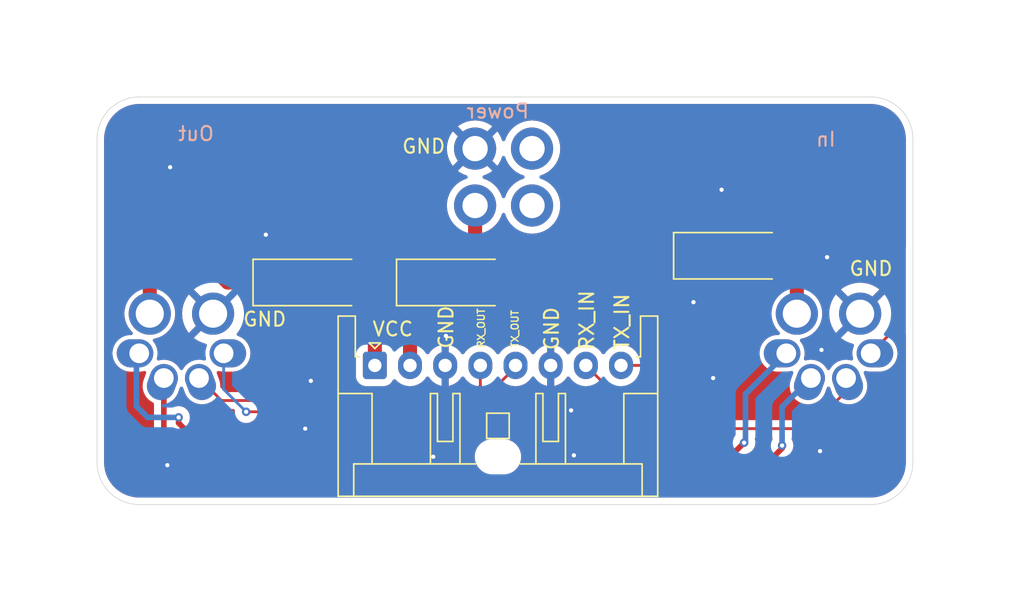
<source format=kicad_pcb>
(kicad_pcb (version 20241229) (generator "pcbnew") (generator_version "9.0")
  (layers (0 "F.Cu" signal) (4 "In1.Cu" signal) (6 "In2.Cu" signal) (2 "B.Cu" signal) (13 "F.Paste" user) (15 "B.Paste" user) (5 "F.SilkS" user "F.Silkscreen") (7 "B.SilkS" user "B.Silkscreen") (1 "F.Mask" user) (3 "B.Mask" user) (25 "Edge.Cuts" user))
  (net 0 "")
  (net 1 "GND")
  (net 2 "/Ch_GND")
  (net 3 "/VIN_BAT_PHY")
  (net 4 "/+Batt")
  (net 5 "RP2040_RX_OUT")
  (net 6 "RP2040_TX_IN")
  (net 7 "RP2040_RX_IN")
  (net 8 "RP2040_TX_OUT")
  (net 9 "SPEAKER_-")
  (net 10 "SPEAKER_+")
  (net 11 "/VOUT_PHY")
  (net 12 "VCC")
  (net 13 "/VIN_RX_PHY")
  (footprint "Diode_SMD:D_SMA_Handsoldering" (layer "F.Cu") (at 146.8 81.2)
    (property "Reference" "D1" (hide yes))
    (property "Value" "D_Shockley")
    (fp_line (start -4.51 -1.65) (end -4.51 1.65) (stroke (width 0.12)) (layer "F.SilkS"))
    (fp_line (start -4.51 -1.65) (end 2.5 -1.65) (stroke (width 0.12)) (layer "F.SilkS"))
    (fp_line (start -4.51 1.65) (end 2.5 1.65) (stroke (width 0.12)) (layer "F.SilkS"))
    (pad "1" smd roundrect (at -2.5 0) (size 3.5 1.8) (layers "F.Cu" "F.Mask" "F.Paste") (roundrect_rratio 0.1388888889) (net 12 "VCC"))
    (pad "2" smd roundrect (at 2.5 0) (size 3.5 1.8) (layers "F.Cu" "F.Mask" "F.Paste") (roundrect_rratio 0.1388888889) (net 3 "/VIN_BAT_PHY"))
  )
  (footprint "Connector_JST:JST_XA_S08B-XASK-1_1x08_P2.50mm_Horizontal" (layer "F.Cu") (at 140.75 87.1)
    (property "Reference" "J4" (hide yes))
    (property "Value" "Conn_01x08")
    (fp_line (start -2.61 -3.51) (end -2.61 9.31) (stroke (width 0.12)) (layer "F.SilkS"))
    (fp_line (start -2.61 9.31) (end 20.11 9.31) (stroke (width 0.12)) (layer "F.SilkS"))
    (fp_line (start -1.5 7.01) (end 7.15 7.01) (stroke (width 0.12)) (layer "F.SilkS"))
    (fp_line (start -1.5 9.31) (end -1.5 7.01) (stroke (width 0.12)) (layer "F.SilkS"))
    (fp_line (start -1.39 -3.51) (end -2.61 -3.51) (stroke (width 0.12)) (layer "F.SilkS"))
    (fp_line (start -1.39 -0.61) (end -1.39 -3.51) (stroke (width 0.12)) (layer "F.SilkS"))
    (fp_line (start -1.11 -0.61) (end -1.39 -0.61) (stroke (width 0.12)) (layer "F.SilkS"))
    (fp_line (start -0.4 -1.6) (end 0.4 -1.6) (stroke (width 0.12)) (layer "F.SilkS"))
    (fp_line (start -0.2 2) (end -2.61 2) (stroke (width 0.12)) (layer "F.SilkS"))
    (fp_line (start -0.2 7.01) (end -0.2 2) (stroke (width 0.12)) (layer "F.SilkS"))
    (fp_line (start 0 -1.2) (end -0.4 -1.6) (stroke (width 0.12)) (layer "F.SilkS"))
    (fp_line (start 0.4 -1.6) (end 0 -1.2) (stroke (width 0.12)) (layer "F.SilkS"))
    (fp_line (start 3.95 2) (end 3.95 7.01) (stroke (width 0.12)) (layer "F.SilkS"))
    (fp_line (start 4.45 2) (end 3.95 2) (stroke (width 0.12)) (layer "F.SilkS"))
    (fp_line (start 4.45 5.41) (end 4.45 2) (stroke (width 0.12)) (layer "F.SilkS"))
    (fp_line (start 5.55 2) (end 5.55 5.41) (stroke (width 0.12)) (layer "F.SilkS"))
    (fp_line (start 5.55 5.41) (end 4.45 5.41) (stroke (width 0.12)) (layer "F.SilkS"))
    (fp_line (start 6.05 2) (end 5.55 2) (stroke (width 0.12)) (layer "F.SilkS"))
    (fp_line (start 6.05 7.01) (end 6.05 2) (stroke (width 0.12)) (layer "F.SilkS"))
    (fp_line (start 7.95 3.4) (end 9.55 3.4) (stroke (width 0.12)) (layer "F.SilkS"))
    (fp_line (start 7.95 5.2) (end 7.95 3.4) (stroke (width 0.12)) (layer "F.SilkS"))
    (fp_line (start 9.55 3.4) (end 9.55 5.2) (stroke (width 0.12)) (layer "F.SilkS"))
    (fp_line (start 9.55 5.2) (end 7.95 5.2) (stroke (width 0.12)) (layer "F.SilkS"))
    (fp_line (start 10.35 7.01) (end 19 7.01) (stroke (width 0.12)) (layer "F.SilkS"))
    (fp_line (start 11.45 2) (end 11.95 2) (stroke (width 0.12)) (layer "F.SilkS"))
    (fp_line (start 11.45 7.01) (end 11.45 2) (stroke (width 0.12)) (layer "F.SilkS"))
    (fp_line (start 11.95 2) (end 11.95 5.41) (stroke (width 0.12)) (layer "F.SilkS"))
    (fp_line (start 11.95 5.41) (end 13.05 5.41) (stroke (width 0.12)) (layer "F.SilkS"))
    (fp_line (start 13.05 2) (end 13.55 2) (stroke (width 0.12)) (layer "F.SilkS"))
    (fp_line (start 13.05 5.41) (end 13.05 2) (stroke (width 0.12)) (layer "F.SilkS"))
    (fp_line (start 13.55 2) (end 13.55 7.01) (stroke (width 0.12)) (layer "F.SilkS"))
    (fp_line (start 17.7 2) (end 20.11 2) (stroke (width 0.12)) (layer "F.SilkS"))
    (fp_line (start 17.7 7.01) (end 17.7 2) (stroke (width 0.12)) (layer "F.SilkS"))
    (fp_line (start 18.89 -3.51) (end 18.89 -0.61) (stroke (width 0.12)) (layer "F.SilkS"))
    (fp_line (start 18.89 -0.61) (end 18.61 -0.61) (stroke (width 0.12)) (layer "F.SilkS"))
    (fp_line (start 19 7.01) (end 19 9.31) (stroke (width 0.12)) (layer "F.SilkS"))
    (fp_line (start 20.11 -3.51) (end 18.89 -3.51) (stroke (width 0.12)) (layer "F.SilkS"))
    (fp_line (start 20.11 9.31) (end 20.11 -3.51) (stroke (width 0.12)) (layer "F.SilkS"))
    (pad "" np_thru_hole oval (at 8.75 6.5) (size 2.8 2) (drill oval 2.8 2) (layers "*.Cu" "*.Mask"))
    (pad "1" thru_hole roundrect (at 0 0) (size 1.7 1.95) (drill 0.95) (layers "*.Cu" "*.Mask") (roundrect_rratio 0.147059) (net 12 "VCC"))
    (pad "2" thru_hole oval (at 2.5 0) (size 1.7 1.95) (drill 0.95) (layers "*.Cu" "*.Mask") (net 12 "VCC"))
    (pad "3" thru_hole oval (at 5 0) (size 1.7 1.95) (drill 0.95) (layers "*.Cu" "*.Mask") (net 1 "GND"))
    (pad "4" thru_hole oval (at 7.5 0) (size 1.7 1.95) (drill 0.95) (layers "*.Cu" "*.Mask") (net 5 "RP2040_RX_OUT"))
    (pad "5" thru_hole oval (at 10 0) (size 1.7 1.95) (drill 0.95) (layers "*.Cu" "*.Mask") (net 8 "RP2040_TX_OUT"))
    (pad "6" thru_hole oval (at 12.5 0) (size 1.7 1.95) (drill 0.95) (layers "*.Cu" "*.Mask") (net 1 "GND"))
    (pad "7" thru_hole oval (at 15 0) (size 1.7 1.95) (drill 0.95) (layers "*.Cu" "*.Mask") (net 7 "RP2040_RX_IN"))
    (pad "8" thru_hole oval (at 17.5 0) (size 1.7 1.95) (drill 0.95) (layers "*.Cu" "*.Mask") (net 6 "RP2040_TX_IN"))
  )
  (footprint "kikit:Tab" (layer "F.Cu") (at 169 97.55 90)
    (property "Reference" "REF**" (hide yes))
    (property "Value" "Tab")
  )
  (footprint "kikit:Tab" (layer "F.Cu") (at 129 97.55 90)
    (property "Reference" "REF**" (hide yes))
    (property "Value" "Tab")
  )
  (footprint "kikit:Tab" (layer "F.Cu") (at 130 67.45 -90)
    (property "Reference" "REF**" (hide yes))
    (property "Value" "Tab")
  )
  (footprint "Diode_SMD:D_SMA_Handsoldering" (layer "F.Cu") (at 136.6 81.2)
    (property "Reference" "D2" (hide yes))
    (property "Value" "D_Shockley")
    (fp_line (start -4.51 -1.65) (end -4.51 1.65) (stroke (width 0.12)) (layer "F.SilkS"))
    (fp_line (start -4.51 -1.65) (end 2.5 -1.65) (stroke (width 0.12)) (layer "F.SilkS"))
    (fp_line (start -4.51 1.65) (end 2.5 1.65) (stroke (width 0.12)) (layer "F.SilkS"))
    (pad "1" smd roundrect (at -2.5 0) (size 3.5 1.8) (layers "F.Cu" "F.Mask" "F.Paste") (roundrect_rratio 0.1388888889) (net 11 "/VOUT_PHY"))
    (pad "2" smd roundrect (at 2.5 0) (size 3.5 1.8) (layers "F.Cu" "F.Mask" "F.Paste") (roundrect_rratio 0.1388888889) (net 12 "VCC"))
  )
  (footprint "cacophony-library:jcon-2+4pin-m16" (layer "F.Cu") (at 127 85 180)
    (property "Reference" "J6" (hide yes))
    (property "Value" "JCON_M16_2+4Pin")
    (pad "1" thru_hole circle (at -2.25 1.58 270) (size 3 3) (drill 2) (layers "*.Cu" "*.Mask") (net 1 "GND") (clearance 0.3) (thermal_gap 0.7))
    (pad "2" thru_hole oval (at -3 -1.24 270) (size 2 2.6) (drill 1.4 (offset 0 -0.3)) (layers "*.Cu" "*.Mask") (net 8 "RP2040_TX_OUT") (clearance 0.3))
    (pad "3" thru_hole oval (at -1.25 -3 290) (size 2.6 2) (drill 1.4 (offset 0.3 0)) (layers "*.Cu" "*.Mask") (net 5 "RP2040_RX_OUT") (clearance 0.3))
    (pad "4" thru_hole oval (at 1.25 -3 340) (size 2 2.6) (drill 1.4 (offset 0 0.3)) (layers "*.Cu" "*.Mask") (net 10 "SPEAKER_+") (clearance 0.3))
    (pad "5" thru_hole oval (at 3 -1.24 180) (size 2.6 2) (drill 1.4 (offset 0.3 0)) (layers "*.Cu" "*.Mask") (net 9 "SPEAKER_-") (clearance 0.3))
    (pad "6" thru_hole circle (at 2.25 1.58 270) (size 3 3) (drill 2) (layers "*.Cu" "*.Mask") (net 11 "/VOUT_PHY") (clearance 0.3) (thermal_gap 0.7))
  )
  (footprint "kikit:Tab" (layer "F.Cu") (at 120.45 76)
    (property "Reference" "REF**" (hide yes))
    (property "Value" "Tab")
  )
  (footprint "cacophony-library:jcon-2+4pin-m16" (layer "F.Cu") (at 173 85 180)
    (property "Reference" "J5" (hide yes))
    (property "Value" "JCON_M16_2+4Pin")
    (pad "1" thru_hole circle (at -2.25 1.58 270) (size 3 3) (drill 2) (layers "*.Cu" "*.Mask") (net 1 "GND") (clearance 0.3) (thermal_gap 0.7))
    (pad "2" thru_hole oval (at -3 -1.24 270) (size 2 2.6) (drill 1.4 (offset 0 -0.3)) (layers "*.Cu" "*.Mask") (net 6 "RP2040_TX_IN") (clearance 0.3))
    (pad "3" thru_hole oval (at -1.25 -3 290) (size 2.6 2) (drill 1.4 (offset 0.3 0)) (layers "*.Cu" "*.Mask") (net 7 "RP2040_RX_IN") (clearance 0.3))
    (pad "4" thru_hole oval (at 1.25 -3 340) (size 2 2.6) (drill 1.4 (offset 0 0.3)) (layers "*.Cu" "*.Mask") (net 10 "SPEAKER_+") (clearance 0.3))
    (pad "5" thru_hole oval (at 3 -1.24 180) (size 2.6 2) (drill 1.4 (offset 0.3 0)) (layers "*.Cu" "*.Mask") (net 9 "SPEAKER_-") (clearance 0.3))
    (pad "6" thru_hole circle (at 2.25 1.58 270) (size 3 3) (drill 2) (layers "*.Cu" "*.Mask") (net 13 "/VIN_RX_PHY") (clearance 0.3) (thermal_gap 0.7))
  )
  (footprint "Diode_SMD:D_SMA_Handsoldering" (layer "F.Cu") (at 166.5 79.3)
    (property "Reference" "D3" (hide yes))
    (property "Value" "D_Shockley")
    (fp_line (start -4.51 -1.65) (end -4.51 1.65) (stroke (width 0.12)) (layer "F.SilkS"))
    (fp_line (start -4.51 -1.65) (end 2.5 -1.65) (stroke (width 0.12)) (layer "F.SilkS"))
    (fp_line (start -4.51 1.65) (end 2.5 1.65) (stroke (width 0.12)) (layer "F.SilkS"))
    (pad "1" smd roundrect (at -2.5 0) (size 3.5 1.8) (layers "F.Cu" "F.Mask" "F.Paste") (roundrect_rratio 0.1388888889) (net 12 "VCC"))
    (pad "2" smd roundrect (at 2.5 0) (size 3.5 1.8) (layers "F.Cu" "F.Mask" "F.Paste") (roundrect_rratio 0.1388888889) (net 13 "/VIN_RX_PHY"))
  )
  (footprint "kikit:Tab" (layer "F.Cu") (at 170 67.45 -90)
    (property "Reference" "REF**" (hide yes))
    (property "Value" "Tab")
  )
  (footprint "kikit:Tab" (layer "F.Cu") (at 149 97.55 90)
    (property "Reference" "REF**" (hide yes))
    (property "Value" "Tab")
  )
  (footprint "kikit:Tab" (layer "F.Cu") (at 180.55 76 180)
    (property "Reference" "REF**" (hide yes))
    (property "Value" "Tab")
  )
  (footprint "kikit:Tab" (layer "F.Cu") (at 150 67.45 -90)
    (property "Reference" "REF**" (hide yes))
    (property "Value" "Tab")
  )
  (footprint "cacophony-library:jcon-4pin_m16" (layer "F.Cu") (at 149.9 73.7 -90)
    (property "Reference" "J2" (hide yes))
    (property "Value" "JCON_M16_04Pin")
    (pad "1" thru_hole circle (at -2.025 2.025 270) (size 3 3) (drill 1.8) (layers "*.Cu" "*.Mask") (net 1 "GND") (clearance 0.5) (thermal_gap 0.5))
    (pad "2" thru_hole circle (at 2.025 2.025 270) (size 3 3) (drill 1.8) (layers "*.Cu" "*.Mask") (net 3 "/VIN_BAT_PHY") (clearance 0.5) (thermal_gap 0.5))
    (pad "3" thru_hole circle (at 2.025 -2.025 270) (size 3 3) (drill 1.8) (layers "*.Cu" "*.Mask") (net 2 "/Ch_GND") (clearance 0.5) (thermal_gap 0.5))
    (pad "4" thru_hole circle (at -2.025 -2.025 270) (size 3 3) (drill 1.8) (layers "*.Cu" "*.Mask") (net 4 "/+Batt") (clearance 0.5) (thermal_gap 0.5))
  )
  (gr_line (start 176 97) (end 124 97) (stroke (width 0.05)) (layer "Edge.Cuts"))
  (gr_line (start 121 94) (end 121 71) (stroke (width 0.05)) (layer "Edge.Cuts"))
  (gr_arc (start 124 97) (mid 121.87868 96.12132) (end 121 94) (stroke (width 0.05)) (layer "Edge.Cuts"))
  (gr_arc (start 121 71) (mid 121.87868 68.87868) (end 124 68) (stroke (width 0.05)) (layer "Edge.Cuts"))
  (gr_line (start 124 68) (end 176 68) (stroke (width 0.05)) (layer "Edge.Cuts"))
  (gr_arc (start 176 68) (mid 178.12132 68.87868) (end 179 71) (stroke (width 0.05)) (layer "Edge.Cuts"))
  (gr_line (start 179 71) (end 179 94) (stroke (width 0.05)) (layer "Edge.Cuts"))
  (gr_arc (start 179 94) (mid 178.12132 96.12132) (end 176 97) (stroke (width 0.05)) (layer "Edge.Cuts"))
  (gr_text "RX_IN" (at 156.4 86.1 90) (layer "F.SilkS") (effects (font (size 1 1)) (justify left bottom)))
  (gr_text "GND" (at 174.4 80.8 0) (layer "F.SilkS") (effects (font (size 1 1)) (justify left bottom)))
  (gr_text "TX_IN" (at 158.9 86.1 90) (layer "F.SilkS") (effects (font (size 1 1)) (justify left bottom)))
  (gr_text "RX_OUT" (at 148.6 85.9 90) (layer "F.SilkS") (effects (font (size 0.5 0.5) (thickness 0.1)) (justify left bottom)))
  (gr_text "GND" (at 142.6 72.1 0) (layer "F.SilkS") (effects (font (size 1 1)) (justify left bottom)))
  (gr_text "GND" (at 146.4 86 90) (layer "F.SilkS") (effects (font (size 1 1)) (justify left bottom)))
  (gr_text "VCC" (at 140.5 85.1 0) (layer "F.SilkS") (effects (font (size 1 1)) (justify left bottom)))
  (gr_text "TX_OUT" (at 151 85.9 90) (layer "F.SilkS") (effects (font (size 0.5 0.5) (thickness 0.1)) (justify left bottom)))
  (gr_text "GND" (at 153.9 86.1 90) (layer "F.SilkS") (effects (font (size 1 1)) (justify left bottom)))
  (gr_text "GND" (at 131.3 84.4 0) (layer "F.SilkS") (effects (font (size 1 1)) (justify left bottom)))
  (gr_text "In" (at 173.6 71.6 0) (layer "B.SilkS") (effects (font (size 1 1)) (justify left bottom mirror)))
  (gr_text "Power" (at 151.8 69.6 0) (layer "B.SilkS") (effects (font (size 1 1)) (justify left bottom mirror)))
  (gr_text "Out" (at 129.4 71.2 0) (layer "B.SilkS") (effects (font (size 1 1)) (justify left bottom mirror)))
  (via (at 154.9 93.5) (size 0.6) (drill 0.3) (layers "F.Cu" "B.Cu") (net 1))
  (via (at 136.2 88.2) (size 0.6) (drill 0.3) (layers "F.Cu" "B.Cu") (net 1))
  (via (at 172.9 79.4) (size 0.6) (drill 0.3) (layers "F.Cu" "B.Cu") (net 1))
  (via (at 172.4 93.2) (size 0.6) (drill 0.3) (layers "F.Cu" "B.Cu") (net 1))
  (via (at 144.9 93.6) (size 0.6) (drill 0.3) (layers "F.Cu" "B.Cu") (net 1))
  (via (at 164.8 88) (size 0.6) (drill 0.3) (layers "F.Cu" "B.Cu") (net 1))
  (via (at 126 94.2) (size 0.6) (drill 0.3) (layers "F.Cu" "B.Cu") (net 1))
  (via (at 133 77.8) (size 0.6) (drill 0.3) (layers "F.Cu" "B.Cu") (net 1))
  (via (at 145.8 85) (size 0.6) (drill 0.3) (layers "F.Cu" "B.Cu") (net 1))
  (via (at 172.5 86) (size 0.6) (drill 0.3) (layers "F.Cu" "B.Cu") (net 1))
  (via (at 165.4 74.6) (size 0.6) (drill 0.3) (layers "F.Cu" "B.Cu") (net 1))
  (via (at 126.2 73) (size 0.6) (drill 0.3) (layers "F.Cu" "B.Cu") (net 1))
  (via (at 163.4 82.6) (size 0.6) (drill 0.3) (layers "F.Cu" "B.Cu") (net 1))
  (via (at 135.8 91.6) (size 0.6) (drill 0.3) (layers "F.Cu" "B.Cu") (net 1))
  (via (at 154.7 90.3) (size 0.6) (drill 0.3) (layers "F.Cu" "B.Cu") (net 1))
  (segment (start 149.3 79.8) (end 147.875 78.375) (width 1) (layer "F.Cu") (net 3))
  (segment (start 149.3 81.2) (end 149.3 79.8) (width 1) (layer "F.Cu") (net 3))
  (segment (start 147.875 78.375) (end 147.875 75.725) (width 1) (layer "F.Cu") (net 3))
  (segment (start 128.25 88) (end 129.85 89.6) (width 0.2) (layer "F.Cu") (net 5))
  (segment (start 147.2 89.6) (end 148.25 88.55) (width 0.2) (layer "F.Cu") (net 5))
  (segment (start 129.85 89.6) (end 147.2 89.6) (width 0.2) (layer "F.Cu") (net 5))
  (segment (start 148.25 88.55) (end 148.25 87.1) (width 0.2) (layer "F.Cu") (net 5))
  (segment (start 160.7 87.1) (end 166.7 81.1) (width 0.2) (layer "F.Cu") (net 6))
  (segment (start 177.8 84.44) (end 176 86.24) (width 0.2) (layer "F.Cu") (net 6))
  (segment (start 177.8 79.1) (end 177.8 84.44) (width 0.2) (layer "F.Cu") (net 6))
  (segment (start 158.25 87.1) (end 160.7 87.1) (width 0.2) (layer "F.Cu") (net 6))
  (segment (start 166.7 78) (end 167.6 77.1) (width 0.2) (layer "F.Cu") (net 6))
  (segment (start 175.8 77.1) (end 177.8 79.1) (width 0.2) (layer "F.Cu") (net 6))
  (segment (start 166.7 81.1) (end 166.7 78) (width 0.2) (layer "F.Cu") (net 6))
  (segment (start 167.6 77.1) (end 175.8 77.1) (width 0.2) (layer "F.Cu") (net 6))
  (segment (start 174.25 88) (end 174.25 88.95) (width 0.2) (layer "F.Cu") (net 7))
  (segment (start 160.25 91.6) (end 155.75 87.1) (width 0.2) (layer "F.Cu") (net 7))
  (segment (start 174.25 88.95) (end 171.6 91.6) (width 0.2) (layer "F.Cu") (net 7))
  (segment (start 171.6 91.6) (end 160.25 91.6) (width 0.2) (layer "F.Cu") (net 7))
  (segment (start 150.75 87.1) (end 150.75 87.225) (width 0.2) (layer "F.Cu") (net 8))
  (segment (start 147.575 90.4) (end 131.6 90.4) (width 0.2) (layer "F.Cu") (net 8))
  (segment (start 150.75 87.225) (end 147.575 90.4) (width 0.2) (layer "F.Cu") (net 8))
  (via (at 131.6 90.4) (size 0.6) (drill 0.3) (layers "F.Cu" "B.Cu") (net 8))
  (segment (start 130 86.24) (end 130 88.8) (width 0.2) (layer "B.Cu") (net 8))
  (segment (start 130 88.8) (end 131.6 90.4) (width 0.2) (layer "B.Cu") (net 8))
  (segment (start 128.6 93) (end 126.8 91.2) (width 0.4) (layer "F.Cu") (net 9))
  (segment (start 126.8 91.2) (end 126.8 90.8) (width 0.4) (layer "F.Cu") (net 9))
  (segment (start 165.8 93.8) (end 159.1 93.8) (width 0.4) (layer "F.Cu") (net 9))
  (segment (start 140.85 93) (end 128.6 93) (width 0.4) (layer "F.Cu") (net 9))
  (segment (start 142.35 91.5) (end 140.85 93) (width 0.4) (layer "F.Cu") (net 9))
  (segment (start 159.1 93.8) (end 156.8 91.5) (width 0.4) (layer "F.Cu") (net 9))
  (segment (start 156.8 91.5) (end 142.35 91.5) (width 0.4) (layer "F.Cu") (net 9))
  (segment (start 167 92.6) (end 165.8 93.8) (width 0.4) (layer "F.Cu") (net 9))
  (segment (start 170 86.24) (end 168.96 86.24) (width 0.4) (layer "F.Cu") (net 9))
  (via (at 167 92.6) (size 0.6) (drill 0.3) (layers "F.Cu" "B.Cu") (net 9))
  (via (at 126.8 90.8) (size 0.6) (drill 0.3) (layers "F.Cu" "B.Cu") (net 9))
  (segment (start 123.8 86.44) (end 124 86.24) (width 0.4) (layer "B.Cu") (net 9))
  (segment (start 167.1 92.5) (end 167.1 89.14) (width 0.4) (layer "B.Cu") (net 9))
  (segment (start 126.8 90.8) (end 124.6 90.8) (width 0.4) (layer "B.Cu") (net 9))
  (segment (start 124.6 90.8) (end 123.8 90) (width 0.4) (layer "B.Cu") (net 9))
  (segment (start 123.8 90) (end 123.8 86.44) (width 0.4) (layer "B.Cu") (net 9))
  (segment (start 167.1 89.14) (end 170 86.24) (width 0.4) (layer "B.Cu") (net 9))
  (segment (start 167 92.6) (end 167.1 92.5) (width 0.4) (layer "B.Cu") (net 9))
  (segment (start 167.2 95.5) (end 169.7 93) (width 0.4) (layer "F.Cu") (net 10))
  (segment (start 125.75 92.35) (end 128.9 95.5) (width 0.4) (layer "F.Cu") (net 10))
  (segment (start 128.9 95.5) (end 167.2 95.5) (width 0.4) (layer "F.Cu") (net 10))
  (segment (start 125.75 88) (end 125.75 92.35) (width 0.4) (layer "F.Cu") (net 10))
  (segment (start 169.7 93) (end 169.7 92.8) (width 0.4) (layer "F.Cu") (net 10))
  (via (at 169.7 92.8) (size 0.6) (drill 0.3) (layers "F.Cu" "B.Cu") (net 10))
  (segment (start 169.7 90.05) (end 171.75 88) (width 0.4) (layer "B.Cu") (net 10))
  (segment (start 169.7 92.8) (end 169.7 90.05) (width 0.4) (layer "B.Cu") (net 10))
  (segment (start 124.75 81.35) (end 125.7 80.4) (width 1) (layer "F.Cu") (net 11))
  (segment (start 125.7 80.4) (end 129.482692 80.4) (width 1) (layer "F.Cu") (net 11))
  (segment (start 130.282692 81.2) (end 135.1 81.2) (width 1) (layer "F.Cu") (net 11))
  (segment (start 129.482692 80.4) (end 130.282692 81.2) (width 1) (layer "F.Cu") (net 11))
  (segment (start 124.75 83.42) (end 124.75 81.35) (width 1) (layer "F.Cu") (net 11))
  (segment (start 157.7 79.3) (end 153.2 83.8) (width 1) (layer "F.Cu") (net 12))
  (segment (start 164 79.3) (end 157.7 79.3) (width 1) (layer "F.Cu") (net 12))
  (segment (start 140.85 83.8) (end 140.75 83.7) (width 1) (layer "F.Cu") (net 12))
  (segment (start 140.1 81.2) (end 144.3 81.2) (width 1) (layer "F.Cu") (net 12))
  (segment (start 143.9 83.8) (end 144.3 83.4) (width 1) (layer "F.Cu") (net 12))
  (segment (start 140.75 87.1) (end 140.75 83.7) (width 1) (layer "F.Cu") (net 12))
  (segment (start 140.75 83.7) (end 140.75 81.85) (width 1) (layer "F.Cu") (net 12))
  (segment (start 143.9 83.8) (end 143.25 84.45) (width 1) (layer "F.Cu") (net 12))
  (segment (start 153.2 83.8) (end 143.9 83.8) (width 1) (layer "F.Cu") (net 12))
  (segment (start 143.9 83.8) (end 140.85 83.8) (width 1) (layer "F.Cu") (net 12))
  (segment (start 144.3 83.4) (end 144.3 81.2) (width 1) (layer "F.Cu") (net 12))
  (segment (start 143.25 84.45) (end 143.25 87.1) (width 1) (layer "F.Cu") (net 12))
  (segment (start 140.75 81.85) (end 140.1 81.2) (width 1) (layer "F.Cu") (net 12))
  (segment (start 170.75 81.05) (end 169 79.3) (width 1) (layer "F.Cu") (net 13))
  (segment (start 170.75 83.42) (end 170.75 81.05) (width 1) (layer "F.Cu") (net 13))
  (zone (net 1) (net_name "GND") (layers "F.Cu" "B.Cu") (connect_pads (clearance 0.5)) (min_thickness 0.25) (fill yes (thermal_gap 0.5) (thermal_bridge_width 0.5))
    (polygon (pts (xy 179 68) (xy 179 97) (xy 121 97) (xy 121 68)))
  )
)
</source>
